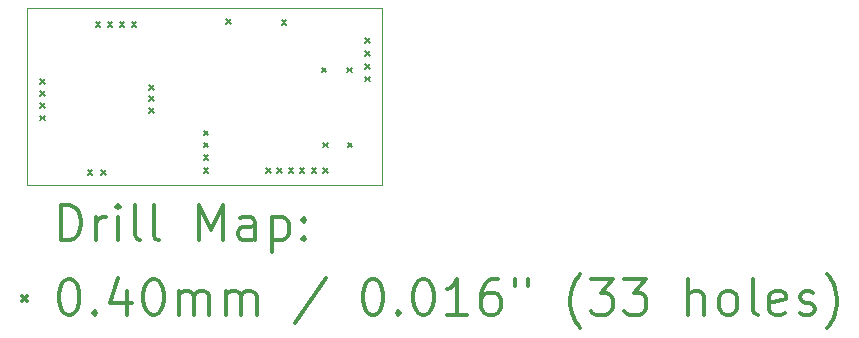
<source format=gbr>
%FSLAX45Y45*%
G04 Gerber Fmt 4.5, Leading zero omitted, Abs format (unit mm)*
G04 Created by KiCad (PCBNEW 5.1.6+dfsg1-1~bpo9+1) date 2021-11-05 21:37:26*
%MOMM*%
%LPD*%
G01*
G04 APERTURE LIST*
%TA.AperFunction,Profile*%
%ADD10C,0.050000*%
%TD*%
%ADD11C,0.200000*%
%ADD12C,0.300000*%
G04 APERTURE END LIST*
D10*
X15500000Y-7500000D02*
X15500000Y-9000000D01*
X12500000Y-7500000D02*
X15500000Y-7500000D01*
X12500000Y-9000000D02*
X12500000Y-7500000D01*
X12500000Y-9000000D02*
X15500000Y-9000000D01*
D11*
X12610150Y-8101650D02*
X12650150Y-8141650D01*
X12650150Y-8101650D02*
X12610150Y-8141650D01*
X12610150Y-8203250D02*
X12650150Y-8243250D01*
X12650150Y-8203250D02*
X12610150Y-8243250D01*
X12610150Y-8304850D02*
X12650150Y-8344850D01*
X12650150Y-8304850D02*
X12610150Y-8344850D01*
X12610150Y-8412800D02*
X12650150Y-8452800D01*
X12650150Y-8412800D02*
X12610150Y-8452800D01*
X13010200Y-8876350D02*
X13050200Y-8916350D01*
X13050200Y-8876350D02*
X13010200Y-8916350D01*
X13080050Y-7619050D02*
X13120050Y-7659050D01*
X13120050Y-7619050D02*
X13080050Y-7659050D01*
X13124500Y-8876350D02*
X13164500Y-8916350D01*
X13164500Y-8876350D02*
X13124500Y-8916350D01*
X13181650Y-7619050D02*
X13221650Y-7659050D01*
X13221650Y-7619050D02*
X13181650Y-7659050D01*
X13283250Y-7619050D02*
X13323250Y-7659050D01*
X13323250Y-7619050D02*
X13283250Y-7659050D01*
X13384850Y-7619050D02*
X13424850Y-7659050D01*
X13424850Y-7619050D02*
X13384850Y-7659050D01*
X13530900Y-8152450D02*
X13570900Y-8192450D01*
X13570900Y-8152450D02*
X13530900Y-8192450D01*
X13530900Y-8247700D02*
X13570900Y-8287700D01*
X13570900Y-8247700D02*
X13530900Y-8287700D01*
X13530900Y-8349300D02*
X13570900Y-8389300D01*
X13570900Y-8349300D02*
X13530900Y-8389300D01*
X13994450Y-8539800D02*
X14034450Y-8579800D01*
X14034450Y-8539800D02*
X13994450Y-8579800D01*
X13994450Y-8641400D02*
X14034450Y-8681400D01*
X14034450Y-8641400D02*
X13994450Y-8681400D01*
X13994450Y-8749350D02*
X14034450Y-8789350D01*
X14034450Y-8749350D02*
X13994450Y-8789350D01*
X13994450Y-8857300D02*
X14034450Y-8897300D01*
X14034450Y-8857300D02*
X13994450Y-8897300D01*
X14184950Y-7593650D02*
X14224950Y-7633650D01*
X14224950Y-7593650D02*
X14184950Y-7633650D01*
X14521500Y-8857300D02*
X14561500Y-8897300D01*
X14561500Y-8857300D02*
X14521500Y-8897300D01*
X14616750Y-8857300D02*
X14656750Y-8897300D01*
X14656750Y-8857300D02*
X14616750Y-8897300D01*
X14654850Y-7606350D02*
X14694850Y-7646350D01*
X14694850Y-7606350D02*
X14654850Y-7646350D01*
X14712000Y-8857300D02*
X14752000Y-8897300D01*
X14752000Y-8857300D02*
X14712000Y-8897300D01*
X14807250Y-8857300D02*
X14847250Y-8897300D01*
X14847250Y-8857300D02*
X14807250Y-8897300D01*
X14908850Y-8857300D02*
X14948850Y-8897300D01*
X14948850Y-8857300D02*
X14908850Y-8897300D01*
X14991400Y-8006400D02*
X15031400Y-8046400D01*
X15031400Y-8006400D02*
X14991400Y-8046400D01*
X15004100Y-8641400D02*
X15044100Y-8681400D01*
X15044100Y-8641400D02*
X15004100Y-8681400D01*
X15004100Y-8857300D02*
X15044100Y-8897300D01*
X15044100Y-8857300D02*
X15004100Y-8897300D01*
X15207300Y-8006400D02*
X15247300Y-8046400D01*
X15247300Y-8006400D02*
X15207300Y-8046400D01*
X15213650Y-8641400D02*
X15253650Y-8681400D01*
X15253650Y-8641400D02*
X15213650Y-8681400D01*
X15359700Y-7758750D02*
X15399700Y-7798750D01*
X15399700Y-7758750D02*
X15359700Y-7798750D01*
X15359700Y-7866700D02*
X15399700Y-7906700D01*
X15399700Y-7866700D02*
X15359700Y-7906700D01*
X15359700Y-7974650D02*
X15399700Y-8014650D01*
X15399700Y-7974650D02*
X15359700Y-8014650D01*
X15359700Y-8082600D02*
X15399700Y-8122600D01*
X15399700Y-8082600D02*
X15359700Y-8122600D01*
D12*
X12783928Y-9468214D02*
X12783928Y-9168214D01*
X12855357Y-9168214D01*
X12898214Y-9182500D01*
X12926786Y-9211072D01*
X12941071Y-9239643D01*
X12955357Y-9296786D01*
X12955357Y-9339643D01*
X12941071Y-9396786D01*
X12926786Y-9425357D01*
X12898214Y-9453929D01*
X12855357Y-9468214D01*
X12783928Y-9468214D01*
X13083928Y-9468214D02*
X13083928Y-9268214D01*
X13083928Y-9325357D02*
X13098214Y-9296786D01*
X13112500Y-9282500D01*
X13141071Y-9268214D01*
X13169643Y-9268214D01*
X13269643Y-9468214D02*
X13269643Y-9268214D01*
X13269643Y-9168214D02*
X13255357Y-9182500D01*
X13269643Y-9196786D01*
X13283928Y-9182500D01*
X13269643Y-9168214D01*
X13269643Y-9196786D01*
X13455357Y-9468214D02*
X13426786Y-9453929D01*
X13412500Y-9425357D01*
X13412500Y-9168214D01*
X13612500Y-9468214D02*
X13583928Y-9453929D01*
X13569643Y-9425357D01*
X13569643Y-9168214D01*
X13955357Y-9468214D02*
X13955357Y-9168214D01*
X14055357Y-9382500D01*
X14155357Y-9168214D01*
X14155357Y-9468214D01*
X14426786Y-9468214D02*
X14426786Y-9311072D01*
X14412500Y-9282500D01*
X14383928Y-9268214D01*
X14326786Y-9268214D01*
X14298214Y-9282500D01*
X14426786Y-9453929D02*
X14398214Y-9468214D01*
X14326786Y-9468214D01*
X14298214Y-9453929D01*
X14283928Y-9425357D01*
X14283928Y-9396786D01*
X14298214Y-9368214D01*
X14326786Y-9353929D01*
X14398214Y-9353929D01*
X14426786Y-9339643D01*
X14569643Y-9268214D02*
X14569643Y-9568214D01*
X14569643Y-9282500D02*
X14598214Y-9268214D01*
X14655357Y-9268214D01*
X14683928Y-9282500D01*
X14698214Y-9296786D01*
X14712500Y-9325357D01*
X14712500Y-9411072D01*
X14698214Y-9439643D01*
X14683928Y-9453929D01*
X14655357Y-9468214D01*
X14598214Y-9468214D01*
X14569643Y-9453929D01*
X14841071Y-9439643D02*
X14855357Y-9453929D01*
X14841071Y-9468214D01*
X14826786Y-9453929D01*
X14841071Y-9439643D01*
X14841071Y-9468214D01*
X14841071Y-9282500D02*
X14855357Y-9296786D01*
X14841071Y-9311072D01*
X14826786Y-9296786D01*
X14841071Y-9282500D01*
X14841071Y-9311072D01*
X12457500Y-9942500D02*
X12497500Y-9982500D01*
X12497500Y-9942500D02*
X12457500Y-9982500D01*
X12841071Y-9798214D02*
X12869643Y-9798214D01*
X12898214Y-9812500D01*
X12912500Y-9826786D01*
X12926786Y-9855357D01*
X12941071Y-9912500D01*
X12941071Y-9983929D01*
X12926786Y-10041072D01*
X12912500Y-10069643D01*
X12898214Y-10083929D01*
X12869643Y-10098214D01*
X12841071Y-10098214D01*
X12812500Y-10083929D01*
X12798214Y-10069643D01*
X12783928Y-10041072D01*
X12769643Y-9983929D01*
X12769643Y-9912500D01*
X12783928Y-9855357D01*
X12798214Y-9826786D01*
X12812500Y-9812500D01*
X12841071Y-9798214D01*
X13069643Y-10069643D02*
X13083928Y-10083929D01*
X13069643Y-10098214D01*
X13055357Y-10083929D01*
X13069643Y-10069643D01*
X13069643Y-10098214D01*
X13341071Y-9898214D02*
X13341071Y-10098214D01*
X13269643Y-9783929D02*
X13198214Y-9998214D01*
X13383928Y-9998214D01*
X13555357Y-9798214D02*
X13583928Y-9798214D01*
X13612500Y-9812500D01*
X13626786Y-9826786D01*
X13641071Y-9855357D01*
X13655357Y-9912500D01*
X13655357Y-9983929D01*
X13641071Y-10041072D01*
X13626786Y-10069643D01*
X13612500Y-10083929D01*
X13583928Y-10098214D01*
X13555357Y-10098214D01*
X13526786Y-10083929D01*
X13512500Y-10069643D01*
X13498214Y-10041072D01*
X13483928Y-9983929D01*
X13483928Y-9912500D01*
X13498214Y-9855357D01*
X13512500Y-9826786D01*
X13526786Y-9812500D01*
X13555357Y-9798214D01*
X13783928Y-10098214D02*
X13783928Y-9898214D01*
X13783928Y-9926786D02*
X13798214Y-9912500D01*
X13826786Y-9898214D01*
X13869643Y-9898214D01*
X13898214Y-9912500D01*
X13912500Y-9941072D01*
X13912500Y-10098214D01*
X13912500Y-9941072D02*
X13926786Y-9912500D01*
X13955357Y-9898214D01*
X13998214Y-9898214D01*
X14026786Y-9912500D01*
X14041071Y-9941072D01*
X14041071Y-10098214D01*
X14183928Y-10098214D02*
X14183928Y-9898214D01*
X14183928Y-9926786D02*
X14198214Y-9912500D01*
X14226786Y-9898214D01*
X14269643Y-9898214D01*
X14298214Y-9912500D01*
X14312500Y-9941072D01*
X14312500Y-10098214D01*
X14312500Y-9941072D02*
X14326786Y-9912500D01*
X14355357Y-9898214D01*
X14398214Y-9898214D01*
X14426786Y-9912500D01*
X14441071Y-9941072D01*
X14441071Y-10098214D01*
X15026786Y-9783929D02*
X14769643Y-10169643D01*
X15412500Y-9798214D02*
X15441071Y-9798214D01*
X15469643Y-9812500D01*
X15483928Y-9826786D01*
X15498214Y-9855357D01*
X15512500Y-9912500D01*
X15512500Y-9983929D01*
X15498214Y-10041072D01*
X15483928Y-10069643D01*
X15469643Y-10083929D01*
X15441071Y-10098214D01*
X15412500Y-10098214D01*
X15383928Y-10083929D01*
X15369643Y-10069643D01*
X15355357Y-10041072D01*
X15341071Y-9983929D01*
X15341071Y-9912500D01*
X15355357Y-9855357D01*
X15369643Y-9826786D01*
X15383928Y-9812500D01*
X15412500Y-9798214D01*
X15641071Y-10069643D02*
X15655357Y-10083929D01*
X15641071Y-10098214D01*
X15626786Y-10083929D01*
X15641071Y-10069643D01*
X15641071Y-10098214D01*
X15841071Y-9798214D02*
X15869643Y-9798214D01*
X15898214Y-9812500D01*
X15912500Y-9826786D01*
X15926786Y-9855357D01*
X15941071Y-9912500D01*
X15941071Y-9983929D01*
X15926786Y-10041072D01*
X15912500Y-10069643D01*
X15898214Y-10083929D01*
X15869643Y-10098214D01*
X15841071Y-10098214D01*
X15812500Y-10083929D01*
X15798214Y-10069643D01*
X15783928Y-10041072D01*
X15769643Y-9983929D01*
X15769643Y-9912500D01*
X15783928Y-9855357D01*
X15798214Y-9826786D01*
X15812500Y-9812500D01*
X15841071Y-9798214D01*
X16226786Y-10098214D02*
X16055357Y-10098214D01*
X16141071Y-10098214D02*
X16141071Y-9798214D01*
X16112500Y-9841072D01*
X16083928Y-9869643D01*
X16055357Y-9883929D01*
X16483928Y-9798214D02*
X16426786Y-9798214D01*
X16398214Y-9812500D01*
X16383928Y-9826786D01*
X16355357Y-9869643D01*
X16341071Y-9926786D01*
X16341071Y-10041072D01*
X16355357Y-10069643D01*
X16369643Y-10083929D01*
X16398214Y-10098214D01*
X16455357Y-10098214D01*
X16483928Y-10083929D01*
X16498214Y-10069643D01*
X16512500Y-10041072D01*
X16512500Y-9969643D01*
X16498214Y-9941072D01*
X16483928Y-9926786D01*
X16455357Y-9912500D01*
X16398214Y-9912500D01*
X16369643Y-9926786D01*
X16355357Y-9941072D01*
X16341071Y-9969643D01*
X16626786Y-9798214D02*
X16626786Y-9855357D01*
X16741071Y-9798214D02*
X16741071Y-9855357D01*
X17183928Y-10212500D02*
X17169643Y-10198214D01*
X17141071Y-10155357D01*
X17126786Y-10126786D01*
X17112500Y-10083929D01*
X17098214Y-10012500D01*
X17098214Y-9955357D01*
X17112500Y-9883929D01*
X17126786Y-9841072D01*
X17141071Y-9812500D01*
X17169643Y-9769643D01*
X17183928Y-9755357D01*
X17269643Y-9798214D02*
X17455357Y-9798214D01*
X17355357Y-9912500D01*
X17398214Y-9912500D01*
X17426786Y-9926786D01*
X17441071Y-9941072D01*
X17455357Y-9969643D01*
X17455357Y-10041072D01*
X17441071Y-10069643D01*
X17426786Y-10083929D01*
X17398214Y-10098214D01*
X17312500Y-10098214D01*
X17283928Y-10083929D01*
X17269643Y-10069643D01*
X17555357Y-9798214D02*
X17741071Y-9798214D01*
X17641071Y-9912500D01*
X17683928Y-9912500D01*
X17712500Y-9926786D01*
X17726786Y-9941072D01*
X17741071Y-9969643D01*
X17741071Y-10041072D01*
X17726786Y-10069643D01*
X17712500Y-10083929D01*
X17683928Y-10098214D01*
X17598214Y-10098214D01*
X17569643Y-10083929D01*
X17555357Y-10069643D01*
X18098214Y-10098214D02*
X18098214Y-9798214D01*
X18226786Y-10098214D02*
X18226786Y-9941072D01*
X18212500Y-9912500D01*
X18183928Y-9898214D01*
X18141071Y-9898214D01*
X18112500Y-9912500D01*
X18098214Y-9926786D01*
X18412500Y-10098214D02*
X18383928Y-10083929D01*
X18369643Y-10069643D01*
X18355357Y-10041072D01*
X18355357Y-9955357D01*
X18369643Y-9926786D01*
X18383928Y-9912500D01*
X18412500Y-9898214D01*
X18455357Y-9898214D01*
X18483928Y-9912500D01*
X18498214Y-9926786D01*
X18512500Y-9955357D01*
X18512500Y-10041072D01*
X18498214Y-10069643D01*
X18483928Y-10083929D01*
X18455357Y-10098214D01*
X18412500Y-10098214D01*
X18683928Y-10098214D02*
X18655357Y-10083929D01*
X18641071Y-10055357D01*
X18641071Y-9798214D01*
X18912500Y-10083929D02*
X18883928Y-10098214D01*
X18826786Y-10098214D01*
X18798214Y-10083929D01*
X18783928Y-10055357D01*
X18783928Y-9941072D01*
X18798214Y-9912500D01*
X18826786Y-9898214D01*
X18883928Y-9898214D01*
X18912500Y-9912500D01*
X18926786Y-9941072D01*
X18926786Y-9969643D01*
X18783928Y-9998214D01*
X19041071Y-10083929D02*
X19069643Y-10098214D01*
X19126786Y-10098214D01*
X19155357Y-10083929D01*
X19169643Y-10055357D01*
X19169643Y-10041072D01*
X19155357Y-10012500D01*
X19126786Y-9998214D01*
X19083928Y-9998214D01*
X19055357Y-9983929D01*
X19041071Y-9955357D01*
X19041071Y-9941072D01*
X19055357Y-9912500D01*
X19083928Y-9898214D01*
X19126786Y-9898214D01*
X19155357Y-9912500D01*
X19269643Y-10212500D02*
X19283928Y-10198214D01*
X19312500Y-10155357D01*
X19326786Y-10126786D01*
X19341071Y-10083929D01*
X19355357Y-10012500D01*
X19355357Y-9955357D01*
X19341071Y-9883929D01*
X19326786Y-9841072D01*
X19312500Y-9812500D01*
X19283928Y-9769643D01*
X19269643Y-9755357D01*
M02*

</source>
